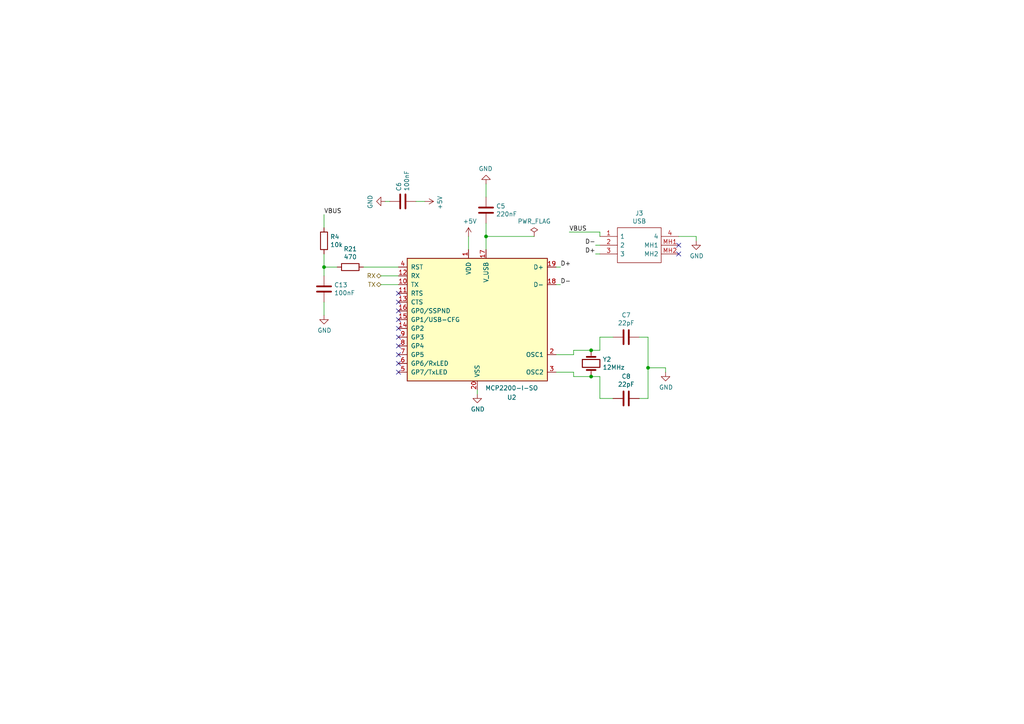
<source format=kicad_sch>
(kicad_sch (version 20230121) (generator eeschema)

  (uuid 472316d0-0925-44a2-bd6e-bca147eaeea0)

  (paper "A4")

  (lib_symbols
    (symbol "Device:C" (pin_numbers hide) (pin_names (offset 0.254)) (in_bom yes) (on_board yes)
      (property "Reference" "C" (at 0.635 2.54 0)
        (effects (font (size 1.27 1.27)) (justify left))
      )
      (property "Value" "C" (at 0.635 -2.54 0)
        (effects (font (size 1.27 1.27)) (justify left))
      )
      (property "Footprint" "" (at 0.9652 -3.81 0)
        (effects (font (size 1.27 1.27)) hide)
      )
      (property "Datasheet" "~" (at 0 0 0)
        (effects (font (size 1.27 1.27)) hide)
      )
      (property "ki_keywords" "cap capacitor" (at 0 0 0)
        (effects (font (size 1.27 1.27)) hide)
      )
      (property "ki_description" "Unpolarized capacitor" (at 0 0 0)
        (effects (font (size 1.27 1.27)) hide)
      )
      (property "ki_fp_filters" "C_*" (at 0 0 0)
        (effects (font (size 1.27 1.27)) hide)
      )
      (symbol "C_0_1"
        (polyline
          (pts
            (xy -2.032 -0.762)
            (xy 2.032 -0.762)
          )
          (stroke (width 0.508) (type default))
          (fill (type none))
        )
        (polyline
          (pts
            (xy -2.032 0.762)
            (xy 2.032 0.762)
          )
          (stroke (width 0.508) (type default))
          (fill (type none))
        )
      )
      (symbol "C_1_1"
        (pin passive line (at 0 3.81 270) (length 2.794)
          (name "~" (effects (font (size 1.27 1.27))))
          (number "1" (effects (font (size 1.27 1.27))))
        )
        (pin passive line (at 0 -3.81 90) (length 2.794)
          (name "~" (effects (font (size 1.27 1.27))))
          (number "2" (effects (font (size 1.27 1.27))))
        )
      )
    )
    (symbol "Device:Crystal" (pin_numbers hide) (pin_names (offset 1.016) hide) (in_bom yes) (on_board yes)
      (property "Reference" "Y" (at 0 3.81 0)
        (effects (font (size 1.27 1.27)))
      )
      (property "Value" "Crystal" (at 0 -3.81 0)
        (effects (font (size 1.27 1.27)))
      )
      (property "Footprint" "" (at 0 0 0)
        (effects (font (size 1.27 1.27)) hide)
      )
      (property "Datasheet" "~" (at 0 0 0)
        (effects (font (size 1.27 1.27)) hide)
      )
      (property "ki_keywords" "quartz ceramic resonator oscillator" (at 0 0 0)
        (effects (font (size 1.27 1.27)) hide)
      )
      (property "ki_description" "Two pin crystal" (at 0 0 0)
        (effects (font (size 1.27 1.27)) hide)
      )
      (property "ki_fp_filters" "Crystal*" (at 0 0 0)
        (effects (font (size 1.27 1.27)) hide)
      )
      (symbol "Crystal_0_1"
        (rectangle (start -1.143 2.54) (end 1.143 -2.54)
          (stroke (width 0.3048) (type default))
          (fill (type none))
        )
        (polyline
          (pts
            (xy -2.54 0)
            (xy -1.905 0)
          )
          (stroke (width 0) (type default))
          (fill (type none))
        )
        (polyline
          (pts
            (xy -1.905 -1.27)
            (xy -1.905 1.27)
          )
          (stroke (width 0.508) (type default))
          (fill (type none))
        )
        (polyline
          (pts
            (xy 1.905 -1.27)
            (xy 1.905 1.27)
          )
          (stroke (width 0.508) (type default))
          (fill (type none))
        )
        (polyline
          (pts
            (xy 2.54 0)
            (xy 1.905 0)
          )
          (stroke (width 0) (type default))
          (fill (type none))
        )
      )
      (symbol "Crystal_1_1"
        (pin passive line (at -3.81 0 0) (length 1.27)
          (name "1" (effects (font (size 1.27 1.27))))
          (number "1" (effects (font (size 1.27 1.27))))
        )
        (pin passive line (at 3.81 0 180) (length 1.27)
          (name "2" (effects (font (size 1.27 1.27))))
          (number "2" (effects (font (size 1.27 1.27))))
        )
      )
    )
    (symbol "Device:R" (pin_numbers hide) (pin_names (offset 0)) (in_bom yes) (on_board yes)
      (property "Reference" "R" (at 2.032 0 90)
        (effects (font (size 1.27 1.27)))
      )
      (property "Value" "R" (at 0 0 90)
        (effects (font (size 1.27 1.27)))
      )
      (property "Footprint" "" (at -1.778 0 90)
        (effects (font (size 1.27 1.27)) hide)
      )
      (property "Datasheet" "~" (at 0 0 0)
        (effects (font (size 1.27 1.27)) hide)
      )
      (property "ki_keywords" "R res resistor" (at 0 0 0)
        (effects (font (size 1.27 1.27)) hide)
      )
      (property "ki_description" "Resistor" (at 0 0 0)
        (effects (font (size 1.27 1.27)) hide)
      )
      (property "ki_fp_filters" "R_*" (at 0 0 0)
        (effects (font (size 1.27 1.27)) hide)
      )
      (symbol "R_0_1"
        (rectangle (start -1.016 -2.54) (end 1.016 2.54)
          (stroke (width 0.254) (type default))
          (fill (type none))
        )
      )
      (symbol "R_1_1"
        (pin passive line (at 0 3.81 270) (length 1.27)
          (name "~" (effects (font (size 1.27 1.27))))
          (number "1" (effects (font (size 1.27 1.27))))
        )
        (pin passive line (at 0 -3.81 90) (length 1.27)
          (name "~" (effects (font (size 1.27 1.27))))
          (number "2" (effects (font (size 1.27 1.27))))
        )
      )
    )
    (symbol "Interface_USB:MCP2200-I-SO" (pin_names (offset 1.016)) (in_bom yes) (on_board yes)
      (property "Reference" "U" (at -20.32 -19.05 0)
        (effects (font (size 1.27 1.27)) (justify left))
      )
      (property "Value" "MCP2200-I-SO" (at -20.32 19.05 0)
        (effects (font (size 1.27 1.27)) (justify left))
      )
      (property "Footprint" "Package_SO:SOIC-20W_7.5x12.8mm_P1.27mm" (at 0 -29.21 0)
        (effects (font (size 1.27 1.27)) hide)
      )
      (property "Datasheet" "http://ww1.microchip.com/downloads/en/DeviceDoc/200022228D.pdf" (at 0 -25.4 0)
        (effects (font (size 1.27 1.27)) hide)
      )
      (property "ki_keywords" "USB UART Converter" (at 0 0 0)
        (effects (font (size 1.27 1.27)) hide)
      )
      (property "ki_description" "USB 2.0 to UART Protocol Converter with GPIO, SOIC-20" (at 0 0 0)
        (effects (font (size 1.27 1.27)) hide)
      )
      (property "ki_fp_filters" "SOIC*20*7.5x12.8mm*P1.27mm*" (at 0 0 0)
        (effects (font (size 1.27 1.27)) hide)
      )
      (symbol "MCP2200-I-SO_0_1"
        (rectangle (start -20.32 17.78) (end 20.32 -17.78)
          (stroke (width 0.254) (type default))
          (fill (type background))
        )
      )
      (symbol "MCP2200-I-SO_1_1"
        (pin power_in line (at -2.54 20.32 270) (length 2.54)
          (name "VDD" (effects (font (size 1.27 1.27))))
          (number "1" (effects (font (size 1.27 1.27))))
        )
        (pin output line (at -22.86 10.16 0) (length 2.54)
          (name "TX" (effects (font (size 1.27 1.27))))
          (number "10" (effects (font (size 1.27 1.27))))
        )
        (pin output line (at -22.86 7.62 0) (length 2.54)
          (name "RTS" (effects (font (size 1.27 1.27))))
          (number "11" (effects (font (size 1.27 1.27))))
        )
        (pin input line (at -22.86 12.7 0) (length 2.54)
          (name "RX" (effects (font (size 1.27 1.27))))
          (number "12" (effects (font (size 1.27 1.27))))
        )
        (pin input line (at -22.86 5.08 0) (length 2.54)
          (name "CTS" (effects (font (size 1.27 1.27))))
          (number "13" (effects (font (size 1.27 1.27))))
        )
        (pin bidirectional line (at -22.86 -2.54 0) (length 2.54)
          (name "GP2" (effects (font (size 1.27 1.27))))
          (number "14" (effects (font (size 1.27 1.27))))
        )
        (pin bidirectional line (at -22.86 0 0) (length 2.54)
          (name "GP1/USB-CFG" (effects (font (size 1.27 1.27))))
          (number "15" (effects (font (size 1.27 1.27))))
        )
        (pin bidirectional line (at -22.86 2.54 0) (length 2.54)
          (name "GP0/SSPND" (effects (font (size 1.27 1.27))))
          (number "16" (effects (font (size 1.27 1.27))))
        )
        (pin power_in line (at 2.54 20.32 270) (length 2.54)
          (name "V_USB" (effects (font (size 1.27 1.27))))
          (number "17" (effects (font (size 1.27 1.27))))
        )
        (pin bidirectional line (at 22.86 10.16 180) (length 2.54)
          (name "D-" (effects (font (size 1.27 1.27))))
          (number "18" (effects (font (size 1.27 1.27))))
        )
        (pin bidirectional line (at 22.86 15.24 180) (length 2.54)
          (name "D+" (effects (font (size 1.27 1.27))))
          (number "19" (effects (font (size 1.27 1.27))))
        )
        (pin input line (at 22.86 -10.16 180) (length 2.54)
          (name "OSC1" (effects (font (size 1.27 1.27))))
          (number "2" (effects (font (size 1.27 1.27))))
        )
        (pin power_in line (at 0 -20.32 90) (length 2.54)
          (name "VSS" (effects (font (size 1.27 1.27))))
          (number "20" (effects (font (size 1.27 1.27))))
        )
        (pin output line (at 22.86 -15.24 180) (length 2.54)
          (name "OSC2" (effects (font (size 1.27 1.27))))
          (number "3" (effects (font (size 1.27 1.27))))
        )
        (pin input line (at -22.86 15.24 0) (length 2.54)
          (name "RST" (effects (font (size 1.27 1.27))))
          (number "4" (effects (font (size 1.27 1.27))))
        )
        (pin bidirectional line (at -22.86 -15.24 0) (length 2.54)
          (name "GP7/TxLED" (effects (font (size 1.27 1.27))))
          (number "5" (effects (font (size 1.27 1.27))))
        )
        (pin bidirectional line (at -22.86 -12.7 0) (length 2.54)
          (name "GP6/RxLED" (effects (font (size 1.27 1.27))))
          (number "6" (effects (font (size 1.27 1.27))))
        )
        (pin bidirectional line (at -22.86 -10.16 0) (length 2.54)
          (name "GP5" (effects (font (size 1.27 1.27))))
          (number "7" (effects (font (size 1.27 1.27))))
        )
        (pin bidirectional line (at -22.86 -7.62 0) (length 2.54)
          (name "GP4" (effects (font (size 1.27 1.27))))
          (number "8" (effects (font (size 1.27 1.27))))
        )
        (pin bidirectional line (at -22.86 -5.08 0) (length 2.54)
          (name "GP3" (effects (font (size 1.27 1.27))))
          (number "9" (effects (font (size 1.27 1.27))))
        )
      )
    )
    (symbol "SamacSys_Parts:897-43-004-90-000000" (pin_names (offset 0.762)) (in_bom yes) (on_board yes)
      (property "Reference" "J" (at 19.05 7.62 0)
        (effects (font (size 1.27 1.27)) (justify left))
      )
      (property "Value" "897-43-004-90-000000" (at 19.05 5.08 0)
        (effects (font (size 1.27 1.27)) (justify left))
      )
      (property "Footprint" "8974300490000000" (at 19.05 2.54 0)
        (effects (font (size 1.27 1.27)) (justify left) hide)
      )
      (property "Datasheet" "https://www.mill-max.com/assets/pdfs/metric/148M.pdf" (at 19.05 0 0)
        (effects (font (size 1.27 1.27)) (justify left) hide)
      )
      (property "Description" "MILL MAX - 897-43-004-90-000000 - USB, 2.0 TYPE B, RECEPTACLE, SMT" (at 19.05 -2.54 0)
        (effects (font (size 1.27 1.27)) (justify left) hide)
      )
      (property "Height" "11" (at 19.05 -5.08 0)
        (effects (font (size 1.27 1.27)) (justify left) hide)
      )
      (property "Mouser Part Number" "575-8974349" (at 19.05 -7.62 0)
        (effects (font (size 1.27 1.27)) (justify left) hide)
      )
      (property "Mouser Price/Stock" "https://www.mouser.co.uk/ProductDetail/Mill-Max/897-43-004-90-000000?qs=x6EjVpvqMVNM0AotjG3j0A%3D%3D" (at 19.05 -10.16 0)
        (effects (font (size 1.27 1.27)) (justify left) hide)
      )
      (property "Manufacturer_Name" "Mill-Max" (at 19.05 -12.7 0)
        (effects (font (size 1.27 1.27)) (justify left) hide)
      )
      (property "Manufacturer_Part_Number" "897-43-004-90-000000" (at 19.05 -15.24 0)
        (effects (font (size 1.27 1.27)) (justify left) hide)
      )
      (symbol "897-43-004-90-000000_0_0"
        (pin passive line (at 0 0 0) (length 5.08)
          (name "1" (effects (font (size 1.27 1.27))))
          (number "1" (effects (font (size 1.27 1.27))))
        )
        (pin passive line (at 0 -2.54 0) (length 5.08)
          (name "2" (effects (font (size 1.27 1.27))))
          (number "2" (effects (font (size 1.27 1.27))))
        )
        (pin passive line (at 0 -5.08 0) (length 5.08)
          (name "3" (effects (font (size 1.27 1.27))))
          (number "3" (effects (font (size 1.27 1.27))))
        )
        (pin passive line (at 22.86 0 180) (length 5.08)
          (name "4" (effects (font (size 1.27 1.27))))
          (number "4" (effects (font (size 1.27 1.27))))
        )
        (pin passive line (at 22.86 -2.54 180) (length 5.08)
          (name "MH1" (effects (font (size 1.27 1.27))))
          (number "MH1" (effects (font (size 1.27 1.27))))
        )
        (pin passive line (at 22.86 -5.08 180) (length 5.08)
          (name "MH2" (effects (font (size 1.27 1.27))))
          (number "MH2" (effects (font (size 1.27 1.27))))
        )
      )
      (symbol "897-43-004-90-000000_0_1"
        (polyline
          (pts
            (xy 5.08 2.54)
            (xy 17.78 2.54)
            (xy 17.78 -7.62)
            (xy 5.08 -7.62)
            (xy 5.08 2.54)
          )
          (stroke (width 0.1524) (type solid))
          (fill (type none))
        )
      )
    )
    (symbol "power:+5V" (power) (pin_names (offset 0)) (in_bom yes) (on_board yes)
      (property "Reference" "#PWR" (at 0 -3.81 0)
        (effects (font (size 1.27 1.27)) hide)
      )
      (property "Value" "+5V" (at 0 3.556 0)
        (effects (font (size 1.27 1.27)))
      )
      (property "Footprint" "" (at 0 0 0)
        (effects (font (size 1.27 1.27)) hide)
      )
      (property "Datasheet" "" (at 0 0 0)
        (effects (font (size 1.27 1.27)) hide)
      )
      (property "ki_keywords" "global power" (at 0 0 0)
        (effects (font (size 1.27 1.27)) hide)
      )
      (property "ki_description" "Power symbol creates a global label with name \"+5V\"" (at 0 0 0)
        (effects (font (size 1.27 1.27)) hide)
      )
      (symbol "+5V_0_1"
        (polyline
          (pts
            (xy -0.762 1.27)
            (xy 0 2.54)
          )
          (stroke (width 0) (type default))
          (fill (type none))
        )
        (polyline
          (pts
            (xy 0 0)
            (xy 0 2.54)
          )
          (stroke (width 0) (type default))
          (fill (type none))
        )
        (polyline
          (pts
            (xy 0 2.54)
            (xy 0.762 1.27)
          )
          (stroke (width 0) (type default))
          (fill (type none))
        )
      )
      (symbol "+5V_1_1"
        (pin power_in line (at 0 0 90) (length 0) hide
          (name "+5V" (effects (font (size 1.27 1.27))))
          (number "1" (effects (font (size 1.27 1.27))))
        )
      )
    )
    (symbol "power:GND" (power) (pin_names (offset 0)) (in_bom yes) (on_board yes)
      (property "Reference" "#PWR" (at 0 -6.35 0)
        (effects (font (size 1.27 1.27)) hide)
      )
      (property "Value" "GND" (at 0 -3.81 0)
        (effects (font (size 1.27 1.27)))
      )
      (property "Footprint" "" (at 0 0 0)
        (effects (font (size 1.27 1.27)) hide)
      )
      (property "Datasheet" "" (at 0 0 0)
        (effects (font (size 1.27 1.27)) hide)
      )
      (property "ki_keywords" "global power" (at 0 0 0)
        (effects (font (size 1.27 1.27)) hide)
      )
      (property "ki_description" "Power symbol creates a global label with name \"GND\" , ground" (at 0 0 0)
        (effects (font (size 1.27 1.27)) hide)
      )
      (symbol "GND_0_1"
        (polyline
          (pts
            (xy 0 0)
            (xy 0 -1.27)
            (xy 1.27 -1.27)
            (xy 0 -2.54)
            (xy -1.27 -1.27)
            (xy 0 -1.27)
          )
          (stroke (width 0) (type default))
          (fill (type none))
        )
      )
      (symbol "GND_1_1"
        (pin power_in line (at 0 0 270) (length 0) hide
          (name "GND" (effects (font (size 1.27 1.27))))
          (number "1" (effects (font (size 1.27 1.27))))
        )
      )
    )
    (symbol "power:PWR_FLAG" (power) (pin_numbers hide) (pin_names (offset 0) hide) (in_bom yes) (on_board yes)
      (property "Reference" "#FLG" (at 0 1.905 0)
        (effects (font (size 1.27 1.27)) hide)
      )
      (property "Value" "PWR_FLAG" (at 0 3.81 0)
        (effects (font (size 1.27 1.27)))
      )
      (property "Footprint" "" (at 0 0 0)
        (effects (font (size 1.27 1.27)) hide)
      )
      (property "Datasheet" "~" (at 0 0 0)
        (effects (font (size 1.27 1.27)) hide)
      )
      (property "ki_keywords" "flag power" (at 0 0 0)
        (effects (font (size 1.27 1.27)) hide)
      )
      (property "ki_description" "Special symbol for telling ERC where power comes from" (at 0 0 0)
        (effects (font (size 1.27 1.27)) hide)
      )
      (symbol "PWR_FLAG_0_0"
        (pin power_out line (at 0 0 90) (length 0)
          (name "pwr" (effects (font (size 1.27 1.27))))
          (number "1" (effects (font (size 1.27 1.27))))
        )
      )
      (symbol "PWR_FLAG_0_1"
        (polyline
          (pts
            (xy 0 0)
            (xy 0 1.27)
            (xy -1.016 1.905)
            (xy 0 2.54)
            (xy 1.016 1.905)
            (xy 0 1.27)
          )
          (stroke (width 0) (type default))
          (fill (type none))
        )
      )
    )
  )

  (junction (at 140.97 68.58) (diameter 0) (color 0 0 0 0)
    (uuid 1bb6561b-de53-4985-8f54-27e03b739797)
  )
  (junction (at 93.98 77.47) (diameter 0) (color 0 0 0 0)
    (uuid 5e510f37-caa2-462d-8b9d-9f211b2586de)
  )
  (junction (at 187.96 106.68) (diameter 0) (color 0 0 0 0)
    (uuid 94674211-6dbd-4b6f-bd82-4e54c88e1548)
  )
  (junction (at 171.45 101.6) (diameter 0) (color 0 0 0 0)
    (uuid e7db1c05-93de-44c1-8174-43af99237368)
  )
  (junction (at 171.45 109.22) (diameter 0) (color 0 0 0 0)
    (uuid e9ee9ae2-8fc7-47f0-9d42-b8956a80ea07)
  )

  (no_connect (at 115.57 95.25) (uuid 06c43406-bee6-44cc-b8f6-a9428af88133))
  (no_connect (at 115.57 90.17) (uuid 1cf6db0d-195d-4d61-ad1d-15ffed494028))
  (no_connect (at 115.57 97.79) (uuid 4e47c842-69ad-4aec-a282-2e995621470f))
  (no_connect (at 115.57 107.95) (uuid 538ecb33-0b35-44ae-8bcb-cfcebe97d28d))
  (no_connect (at 115.57 100.33) (uuid 592f025a-96ee-4bcf-931e-cf39221a6674))
  (no_connect (at 196.85 71.12) (uuid 663a2148-7ab0-48cf-b693-bf974d868128))
  (no_connect (at 115.57 87.63) (uuid 9bfd1250-53a9-4d4e-a148-6c12407d5e2c))
  (no_connect (at 196.85 73.66) (uuid c17d80e5-c210-4f92-9161-d8a70aac2516))
  (no_connect (at 115.57 105.41) (uuid ca66580c-107b-45f7-a589-c0123d7b12f2))
  (no_connect (at 115.57 92.71) (uuid d4759252-b108-4dcb-9986-3fdb9feec567))
  (no_connect (at 115.57 102.87) (uuid d5461b6b-d7fc-4012-af52-6b4cfd2a9e7c))
  (no_connect (at 115.57 85.09) (uuid e46c8486-d6fd-437a-8817-76a7f4e9b74e))

  (wire (pts (xy 171.45 101.6) (xy 173.99 101.6))
    (stroke (width 0) (type default))
    (uuid 014115db-9f76-4ce5-8367-287d7971f679)
  )
  (wire (pts (xy 140.97 57.15) (xy 140.97 53.34))
    (stroke (width 0) (type default))
    (uuid 02b782f5-4cc0-4888-ac55-bcb92d2f23ba)
  )
  (wire (pts (xy 110.49 80.01) (xy 115.57 80.01))
    (stroke (width 0) (type default))
    (uuid 02dd8c56-e377-4644-8170-626af54a08cc)
  )
  (wire (pts (xy 165.1 67.31) (xy 173.99 67.31))
    (stroke (width 0) (type default))
    (uuid 0e6cb7b9-d504-4d68-981c-2e00601349dd)
  )
  (wire (pts (xy 93.98 73.66) (xy 93.98 77.47))
    (stroke (width 0) (type default))
    (uuid 10f0b750-9afe-4470-b7cb-b83fc0e81448)
  )
  (wire (pts (xy 185.42 115.57) (xy 187.96 115.57))
    (stroke (width 0) (type default))
    (uuid 11e7d662-05e1-47e6-9f6b-71bfd6366294)
  )
  (wire (pts (xy 140.97 68.58) (xy 140.97 64.77))
    (stroke (width 0) (type default))
    (uuid 1c2a8f7c-feb7-49d5-a789-17b3f536262e)
  )
  (wire (pts (xy 173.99 101.6) (xy 173.99 97.79))
    (stroke (width 0) (type default))
    (uuid 25712d79-6615-445e-b601-c5ed325fd38f)
  )
  (wire (pts (xy 173.99 115.57) (xy 177.8 115.57))
    (stroke (width 0) (type default))
    (uuid 29f01d9a-c293-4b08-bca5-e4cdf906cc69)
  )
  (wire (pts (xy 166.37 109.22) (xy 171.45 109.22))
    (stroke (width 0) (type default))
    (uuid 407813e2-80a4-4622-978d-45ff08d0de51)
  )
  (wire (pts (xy 93.98 66.04) (xy 93.98 62.23))
    (stroke (width 0) (type default))
    (uuid 44445f91-6d57-405d-bf5f-25cfc47256ec)
  )
  (wire (pts (xy 161.29 82.55) (xy 162.56 82.55))
    (stroke (width 0) (type default))
    (uuid 44d2f786-6034-49b6-8426-89927c4a9353)
  )
  (wire (pts (xy 166.37 102.87) (xy 166.37 101.6))
    (stroke (width 0) (type default))
    (uuid 4eb4e3ac-7c49-4ce2-9c90-0eea1c03496f)
  )
  (wire (pts (xy 201.93 68.58) (xy 201.93 69.85))
    (stroke (width 0) (type default))
    (uuid 4fbe986f-14ad-4cf8-aafb-9bd6b751d0e4)
  )
  (wire (pts (xy 93.98 77.47) (xy 97.79 77.47))
    (stroke (width 0) (type default))
    (uuid 57475175-eb04-4168-a56b-412aee6ef758)
  )
  (wire (pts (xy 105.41 77.47) (xy 115.57 77.47))
    (stroke (width 0) (type default))
    (uuid 65c9d8f5-de4e-4ca9-a5a0-50f22e9d2418)
  )
  (wire (pts (xy 173.99 97.79) (xy 177.8 97.79))
    (stroke (width 0) (type default))
    (uuid 66f502ec-09cd-4a60-8fd3-a7cbf34dee6e)
  )
  (wire (pts (xy 185.42 97.79) (xy 187.96 97.79))
    (stroke (width 0) (type default))
    (uuid 6d1d18c3-fd61-470a-b9b7-5f12cf0d7d20)
  )
  (wire (pts (xy 171.45 109.22) (xy 173.99 109.22))
    (stroke (width 0) (type default))
    (uuid 6d390a8e-042a-40d3-ace9-1fca94718d8f)
  )
  (wire (pts (xy 166.37 107.95) (xy 166.37 109.22))
    (stroke (width 0) (type default))
    (uuid 6fbdcbdb-80ab-4a70-8c54-fa5d5a069f11)
  )
  (wire (pts (xy 187.96 106.68) (xy 193.04 106.68))
    (stroke (width 0) (type default))
    (uuid 7ee3e3d9-5de1-45f4-ab18-0ff7342de5a9)
  )
  (wire (pts (xy 172.72 73.66) (xy 173.99 73.66))
    (stroke (width 0) (type default))
    (uuid 853f8e59-abd0-4a15-82f9-ae0bbee8e8f8)
  )
  (wire (pts (xy 173.99 67.31) (xy 173.99 68.58))
    (stroke (width 0) (type default))
    (uuid 95741acd-00bd-4748-929a-9a3e1050e924)
  )
  (wire (pts (xy 161.29 77.47) (xy 162.56 77.47))
    (stroke (width 0) (type default))
    (uuid 9d9e4c86-d3b4-4224-bebf-7f938044f77b)
  )
  (wire (pts (xy 140.97 68.58) (xy 154.94 68.58))
    (stroke (width 0) (type default))
    (uuid a2585d12-dbc2-40e2-a43c-70015db8ee24)
  )
  (wire (pts (xy 172.72 71.12) (xy 173.99 71.12))
    (stroke (width 0) (type default))
    (uuid aef2a139-a21a-4fe9-9f1b-e61d4bf228f1)
  )
  (wire (pts (xy 161.29 102.87) (xy 166.37 102.87))
    (stroke (width 0) (type default))
    (uuid b62f1401-c5e7-422a-93f2-76f0b8ea86c5)
  )
  (wire (pts (xy 196.85 68.58) (xy 201.93 68.58))
    (stroke (width 0) (type default))
    (uuid b64312d2-6180-4b11-b41a-7e368b0d7337)
  )
  (wire (pts (xy 138.43 114.3) (xy 138.43 113.03))
    (stroke (width 0) (type default))
    (uuid beca6021-0422-4949-a652-dfcc28a06477)
  )
  (wire (pts (xy 110.49 82.55) (xy 115.57 82.55))
    (stroke (width 0) (type default))
    (uuid bf8d8838-f74b-482a-8a01-39414e33f69e)
  )
  (wire (pts (xy 93.98 91.44) (xy 93.98 87.63))
    (stroke (width 0) (type default))
    (uuid bfde8c16-13f8-4db0-8443-b71dacc88dbd)
  )
  (wire (pts (xy 161.29 107.95) (xy 166.37 107.95))
    (stroke (width 0) (type default))
    (uuid c1e00a80-66b0-4213-a3c0-09c665513d4a)
  )
  (wire (pts (xy 187.96 115.57) (xy 187.96 106.68))
    (stroke (width 0) (type default))
    (uuid cb75e6be-b6f9-477b-b97c-539f047592d9)
  )
  (wire (pts (xy 123.19 58.42) (xy 120.65 58.42))
    (stroke (width 0) (type default))
    (uuid d968ec52-4438-4e9d-b1b7-7137cbf203b0)
  )
  (wire (pts (xy 193.04 106.68) (xy 193.04 107.95))
    (stroke (width 0) (type default))
    (uuid dd07e063-9fab-4551-9300-684c6150208b)
  )
  (wire (pts (xy 111.76 58.42) (xy 113.03 58.42))
    (stroke (width 0) (type default))
    (uuid e4a07f98-a76a-4ab7-a7e7-6b245edf9eee)
  )
  (wire (pts (xy 93.98 80.01) (xy 93.98 77.47))
    (stroke (width 0) (type default))
    (uuid ec640075-92ea-49b7-8f90-eb5a9df18908)
  )
  (wire (pts (xy 135.89 68.58) (xy 135.89 72.39))
    (stroke (width 0) (type default))
    (uuid f073eb9e-994c-4d19-b47c-de3220871b50)
  )
  (wire (pts (xy 166.37 101.6) (xy 171.45 101.6))
    (stroke (width 0) (type default))
    (uuid f4394e87-2c70-4f91-aa77-c79d9e616f4a)
  )
  (wire (pts (xy 140.97 68.58) (xy 140.97 72.39))
    (stroke (width 0) (type default))
    (uuid f612925b-d1ab-4967-bf14-8a54c9ddf057)
  )
  (wire (pts (xy 187.96 106.68) (xy 187.96 97.79))
    (stroke (width 0) (type default))
    (uuid f614a880-6940-4787-88cb-31efa1efc417)
  )
  (wire (pts (xy 173.99 109.22) (xy 173.99 115.57))
    (stroke (width 0) (type default))
    (uuid fcb6fcc5-9813-4ab4-9656-fe1b49beb3d0)
  )

  (label "VBUS" (at 165.1 67.31 0)
    (effects (font (size 1.27 1.27)) (justify left bottom))
    (uuid 2444291f-6588-45cd-8d1c-20f761d58d94)
  )
  (label "VBUS" (at 93.98 62.23 0)
    (effects (font (size 1.27 1.27)) (justify left bottom))
    (uuid 4eda7bc0-afcf-47d7-9cdc-7f3a36d3c9e4)
  )
  (label "D+" (at 162.56 77.47 0)
    (effects (font (size 1.27 1.27)) (justify left bottom))
    (uuid 660fbc58-a999-4364-a7dd-2329a54c7a16)
  )
  (label "D+" (at 172.72 73.66 180)
    (effects (font (size 1.27 1.27)) (justify right bottom))
    (uuid 97ccdf5d-9e56-4fbe-8538-b392109ce0dc)
  )
  (label "D-" (at 172.72 71.12 180)
    (effects (font (size 1.27 1.27)) (justify right bottom))
    (uuid 9ff1f976-71eb-47c9-9ba3-e709001d3127)
  )
  (label "D-" (at 162.56 82.55 0)
    (effects (font (size 1.27 1.27)) (justify left bottom))
    (uuid f5ac3778-2808-4a20-8073-c46516ec499a)
  )

  (hierarchical_label "TX" (shape bidirectional) (at 110.49 82.55 180)
    (effects (font (size 1.27 1.27)) (justify right))
    (uuid 5354e021-78d4-4faf-b1a4-53edadcc423f)
  )
  (hierarchical_label "RX" (shape bidirectional) (at 110.49 80.01 180)
    (effects (font (size 1.27 1.27)) (justify right))
    (uuid 53fb44f5-cfb8-4c76-9fd4-676aaa6e669f)
  )

  (symbol (lib_id "Interface_USB:MCP2200-I-SO") (at 138.43 92.71 0) (unit 1)
    (in_bom yes) (on_board yes) (dnp no)
    (uuid 00000000-0000-0000-0000-000060be5da8)
    (property "Reference" "U2" (at 148.4376 115.2652 0)
      (effects (font (size 1.27 1.27)))
    )
    (property "Value" "MCP2200-I-SO" (at 148.4122 112.5474 0)
      (effects (font (size 1.27 1.27)))
    )
    (property "Footprint" "Package_SO:SOIC-20W_7.5x12.8mm_P1.27mm" (at 138.43 121.92 0)
      (effects (font (size 1.27 1.27)) hide)
    )
    (property "Datasheet" "http://ww1.microchip.com/downloads/en/DeviceDoc/200022228D.pdf" (at 138.43 118.11 0)
      (effects (font (size 1.27 1.27)) hide)
    )
    (pin "1" (uuid 4615f2d4-868c-4027-8b83-93f7c862d916))
    (pin "10" (uuid 7e5784ab-bf16-4b52-8049-b12695ba6567))
    (pin "11" (uuid 71fe0572-744e-49ef-83b6-eea2f899fde7))
    (pin "12" (uuid fc93c650-1ee8-442e-946a-767750f936d3))
    (pin "13" (uuid 0bf9e856-566e-42d8-9a79-6be75ef325fa))
    (pin "14" (uuid cfc4d72a-893f-47ee-bfcf-960f28f9d08e))
    (pin "15" (uuid c59f55ae-55c9-466f-afa6-314708502c71))
    (pin "16" (uuid b447b354-de22-457b-977a-fc22f7c57f3e))
    (pin "17" (uuid 0caec62e-c2a8-43ed-86f8-50c10f1d60aa))
    (pin "18" (uuid 9e1457d9-9e6f-49d4-ac34-2ca2f8d751b5))
    (pin "19" (uuid be7b2f8e-d42d-4f8d-b47a-6421a693bf44))
    (pin "2" (uuid 5f05979d-6c45-493e-8804-23b8f09ec88e))
    (pin "20" (uuid ae9c8910-44fa-42d3-b423-682bdfeecc3b))
    (pin "3" (uuid 20b7503e-c2c8-4219-afd6-88ba50ee81d9))
    (pin "4" (uuid f70313b8-aa2a-4052-89f0-2f4cc35f7330))
    (pin "5" (uuid f6c29a78-813f-4161-8f6c-68551b794416))
    (pin "6" (uuid 61ca3557-64a5-41b9-8a42-c3dd90603675))
    (pin "7" (uuid 25ce1b07-5ed2-40c8-bd7a-54740e2ecfa0))
    (pin "8" (uuid 8b56bede-1e4b-4cf6-9822-63726900a699))
    (pin "9" (uuid eeff8668-7013-4990-b44c-b3b8c4935660))
    (instances
      (project "PBLE01"
        (path "/8d263c01-7485-4e74-9d41-268dd1718f0e/00000000-0000-0000-0000-000060be0fb0"
          (reference "U2") (unit 1)
        )
        (path "/8d263c01-7485-4e74-9d41-268dd1718f0e"
          (reference "U?") (unit 1)
        )
      )
    )
  )

  (symbol (lib_id "power:GND") (at 138.43 114.3 0) (unit 1)
    (in_bom yes) (on_board yes) (dnp no)
    (uuid 00000000-0000-0000-0000-000060be5dae)
    (property "Reference" "#PWR0114" (at 138.43 120.65 0)
      (effects (font (size 1.27 1.27)) hide)
    )
    (property "Value" "GND" (at 138.557 118.6942 0)
      (effects (font (size 1.27 1.27)))
    )
    (property "Footprint" "" (at 138.43 114.3 0)
      (effects (font (size 1.27 1.27)) hide)
    )
    (property "Datasheet" "" (at 138.43 114.3 0)
      (effects (font (size 1.27 1.27)) hide)
    )
    (pin "1" (uuid 4beb7508-7791-4534-93a2-300290ef2dc6))
    (instances
      (project "PBLE01"
        (path "/8d263c01-7485-4e74-9d41-268dd1718f0e/00000000-0000-0000-0000-000060be0fb0"
          (reference "#PWR0114") (unit 1)
        )
        (path "/8d263c01-7485-4e74-9d41-268dd1718f0e"
          (reference "#PWR?") (unit 1)
        )
      )
    )
  )

  (symbol (lib_id "Device:Crystal") (at 171.45 105.41 270) (unit 1)
    (in_bom yes) (on_board yes) (dnp no)
    (uuid 00000000-0000-0000-0000-000060be5db9)
    (property "Reference" "Y2" (at 174.7774 104.2416 90)
      (effects (font (size 1.27 1.27)) (justify left))
    )
    (property "Value" "12MHz" (at 174.7774 106.553 90)
      (effects (font (size 1.27 1.27)) (justify left))
    )
    (property "Footprint" "Crystal:Crystal_HC49-4H_Vertical" (at 171.45 105.41 0)
      (effects (font (size 1.27 1.27)) hide)
    )
    (property "Datasheet" "~" (at 171.45 105.41 0)
      (effects (font (size 1.27 1.27)) hide)
    )
    (pin "1" (uuid 854d460d-e419-4d13-a060-8b20ca6900c2))
    (pin "2" (uuid 1e193151-2258-41bd-abbe-9e5996342f81))
    (instances
      (project "PBLE01"
        (path "/8d263c01-7485-4e74-9d41-268dd1718f0e/00000000-0000-0000-0000-000060be0fb0"
          (reference "Y2") (unit 1)
        )
        (path "/8d263c01-7485-4e74-9d41-268dd1718f0e"
          (reference "Y?") (unit 1)
        )
      )
    )
  )

  (symbol (lib_id "power:GND") (at 193.04 107.95 0) (unit 1)
    (in_bom yes) (on_board yes) (dnp no)
    (uuid 00000000-0000-0000-0000-000060be5dd7)
    (property "Reference" "#PWR0116" (at 193.04 114.3 0)
      (effects (font (size 1.27 1.27)) hide)
    )
    (property "Value" "GND" (at 193.167 112.3442 0)
      (effects (font (size 1.27 1.27)))
    )
    (property "Footprint" "" (at 193.04 107.95 0)
      (effects (font (size 1.27 1.27)) hide)
    )
    (property "Datasheet" "" (at 193.04 107.95 0)
      (effects (font (size 1.27 1.27)) hide)
    )
    (pin "1" (uuid b907d6cf-9eb5-4b98-9360-cdbb27474fe6))
    (instances
      (project "PBLE01"
        (path "/8d263c01-7485-4e74-9d41-268dd1718f0e/00000000-0000-0000-0000-000060be0fb0"
          (reference "#PWR0116") (unit 1)
        )
        (path "/8d263c01-7485-4e74-9d41-268dd1718f0e"
          (reference "#PWR?") (unit 1)
        )
      )
    )
  )

  (symbol (lib_id "Device:C") (at 181.61 115.57 90) (unit 1)
    (in_bom yes) (on_board yes) (dnp no)
    (uuid 00000000-0000-0000-0000-000060be5dea)
    (property "Reference" "C8" (at 181.61 109.1692 90)
      (effects (font (size 1.27 1.27)))
    )
    (property "Value" "22pF" (at 181.61 111.4806 90)
      (effects (font (size 1.27 1.27)))
    )
    (property "Footprint" "Capacitor_SMD:C_0805_2012Metric_Pad1.18x1.45mm_HandSolder" (at 185.42 114.6048 0)
      (effects (font (size 1.27 1.27)) hide)
    )
    (property "Datasheet" "~" (at 181.61 115.57 0)
      (effects (font (size 1.27 1.27)) hide)
    )
    (pin "1" (uuid 5b0abc4a-aef5-4210-ae80-8f4f84e3f8e0))
    (pin "2" (uuid 2a16ed1f-70c6-4129-8db3-c535d6cfa241))
    (instances
      (project "PBLE01"
        (path "/8d263c01-7485-4e74-9d41-268dd1718f0e/00000000-0000-0000-0000-000060be0fb0"
          (reference "C8") (unit 1)
        )
        (path "/8d263c01-7485-4e74-9d41-268dd1718f0e"
          (reference "C?") (unit 1)
        )
      )
    )
  )

  (symbol (lib_id "Device:C") (at 181.61 97.79 270) (unit 1)
    (in_bom yes) (on_board yes) (dnp no)
    (uuid 00000000-0000-0000-0000-000060be5df2)
    (property "Reference" "C7" (at 181.61 91.3892 90)
      (effects (font (size 1.27 1.27)))
    )
    (property "Value" "22pF" (at 181.61 93.7006 90)
      (effects (font (size 1.27 1.27)))
    )
    (property "Footprint" "Capacitor_SMD:C_0805_2012Metric_Pad1.18x1.45mm_HandSolder" (at 177.8 98.7552 0)
      (effects (font (size 1.27 1.27)) hide)
    )
    (property "Datasheet" "~" (at 181.61 97.79 0)
      (effects (font (size 1.27 1.27)) hide)
    )
    (pin "1" (uuid 8fc36c34-c058-4ec9-9e2b-45fd681dda0e))
    (pin "2" (uuid a6be200c-6cdf-49cf-b3c9-c5d67a5ea390))
    (instances
      (project "PBLE01"
        (path "/8d263c01-7485-4e74-9d41-268dd1718f0e/00000000-0000-0000-0000-000060be0fb0"
          (reference "C7") (unit 1)
        )
        (path "/8d263c01-7485-4e74-9d41-268dd1718f0e"
          (reference "C?") (unit 1)
        )
      )
    )
  )

  (symbol (lib_id "Device:C") (at 116.84 58.42 90) (unit 1)
    (in_bom yes) (on_board yes) (dnp no)
    (uuid 00000000-0000-0000-0000-000060be5dfb)
    (property "Reference" "C6" (at 115.6716 55.499 0)
      (effects (font (size 1.27 1.27)) (justify left))
    )
    (property "Value" "100nF" (at 117.983 55.499 0)
      (effects (font (size 1.27 1.27)) (justify left))
    )
    (property "Footprint" "Capacitor_SMD:C_0805_2012Metric_Pad1.18x1.45mm_HandSolder" (at 120.65 57.4548 0)
      (effects (font (size 1.27 1.27)) hide)
    )
    (property "Datasheet" "~" (at 116.84 58.42 0)
      (effects (font (size 1.27 1.27)) hide)
    )
    (pin "1" (uuid fae12d17-1e8f-4423-8c60-70825499c230))
    (pin "2" (uuid 5e459f20-2a6e-4f14-ac5f-c401f8763274))
    (instances
      (project "PBLE01"
        (path "/8d263c01-7485-4e74-9d41-268dd1718f0e/00000000-0000-0000-0000-000060be0fb0"
          (reference "C6") (unit 1)
        )
        (path "/8d263c01-7485-4e74-9d41-268dd1718f0e"
          (reference "C?") (unit 1)
        )
      )
    )
  )

  (symbol (lib_id "power:GND") (at 111.76 58.42 270) (unit 1)
    (in_bom yes) (on_board yes) (dnp no)
    (uuid 00000000-0000-0000-0000-000060be5e04)
    (property "Reference" "#PWR0117" (at 105.41 58.42 0)
      (effects (font (size 1.27 1.27)) hide)
    )
    (property "Value" "GND" (at 107.3658 58.547 0)
      (effects (font (size 1.27 1.27)))
    )
    (property "Footprint" "" (at 111.76 58.42 0)
      (effects (font (size 1.27 1.27)) hide)
    )
    (property "Datasheet" "" (at 111.76 58.42 0)
      (effects (font (size 1.27 1.27)) hide)
    )
    (pin "1" (uuid 87fd8e34-3301-435e-a46e-7b0ae038bfb9))
    (instances
      (project "PBLE01"
        (path "/8d263c01-7485-4e74-9d41-268dd1718f0e/00000000-0000-0000-0000-000060be0fb0"
          (reference "#PWR0117") (unit 1)
        )
        (path "/8d263c01-7485-4e74-9d41-268dd1718f0e"
          (reference "#PWR?") (unit 1)
        )
      )
    )
  )

  (symbol (lib_id "Device:R") (at 93.98 69.85 0) (unit 1)
    (in_bom yes) (on_board yes) (dnp no)
    (uuid 00000000-0000-0000-0000-000060be5e0c)
    (property "Reference" "R4" (at 95.758 68.6816 0)
      (effects (font (size 1.27 1.27)) (justify left))
    )
    (property "Value" "10k" (at 95.758 70.993 0)
      (effects (font (size 1.27 1.27)) (justify left))
    )
    (property "Footprint" "Resistor_SMD:R_0805_2012Metric_Pad1.20x1.40mm_HandSolder" (at 92.202 69.85 90)
      (effects (font (size 1.27 1.27)) hide)
    )
    (property "Datasheet" "~" (at 93.98 69.85 0)
      (effects (font (size 1.27 1.27)) hide)
    )
    (pin "1" (uuid 49ae504f-d2cb-459f-ba18-99d6f4c408ae))
    (pin "2" (uuid a5bdfaf5-b493-46b4-806e-e857cca492c2))
    (instances
      (project "PBLE01"
        (path "/8d263c01-7485-4e74-9d41-268dd1718f0e/00000000-0000-0000-0000-000060be0fb0"
          (reference "R4") (unit 1)
        )
        (path "/8d263c01-7485-4e74-9d41-268dd1718f0e"
          (reference "R?") (unit 1)
        )
      )
    )
  )

  (symbol (lib_id "Device:C") (at 140.97 60.96 0) (unit 1)
    (in_bom yes) (on_board yes) (dnp no)
    (uuid 00000000-0000-0000-0000-000060be5e16)
    (property "Reference" "C5" (at 143.891 59.7916 0)
      (effects (font (size 1.27 1.27)) (justify left))
    )
    (property "Value" "220nF" (at 143.891 62.103 0)
      (effects (font (size 1.27 1.27)) (justify left))
    )
    (property "Footprint" "Capacitor_SMD:C_0805_2012Metric_Pad1.18x1.45mm_HandSolder" (at 141.9352 64.77 0)
      (effects (font (size 1.27 1.27)) hide)
    )
    (property "Datasheet" "~" (at 140.97 60.96 0)
      (effects (font (size 1.27 1.27)) hide)
    )
    (pin "1" (uuid 8328d6ca-7f7f-4f0b-a0ee-1e8de0eee6e7))
    (pin "2" (uuid 7a637185-c20b-4e0d-ab2c-2a619c4f4e75))
    (instances
      (project "PBLE01"
        (path "/8d263c01-7485-4e74-9d41-268dd1718f0e/00000000-0000-0000-0000-000060be0fb0"
          (reference "C5") (unit 1)
        )
        (path "/8d263c01-7485-4e74-9d41-268dd1718f0e"
          (reference "C?") (unit 1)
        )
      )
    )
  )

  (symbol (lib_id "power:GND") (at 140.97 53.34 180) (unit 1)
    (in_bom yes) (on_board yes) (dnp no)
    (uuid 00000000-0000-0000-0000-000060be5e1d)
    (property "Reference" "#PWR0118" (at 140.97 46.99 0)
      (effects (font (size 1.27 1.27)) hide)
    )
    (property "Value" "GND" (at 140.843 48.9458 0)
      (effects (font (size 1.27 1.27)))
    )
    (property "Footprint" "" (at 140.97 53.34 0)
      (effects (font (size 1.27 1.27)) hide)
    )
    (property "Datasheet" "" (at 140.97 53.34 0)
      (effects (font (size 1.27 1.27)) hide)
    )
    (pin "1" (uuid a3a34359-9519-4d81-9357-7f79236c037f))
    (instances
      (project "PBLE01"
        (path "/8d263c01-7485-4e74-9d41-268dd1718f0e/00000000-0000-0000-0000-000060be0fb0"
          (reference "#PWR0118") (unit 1)
        )
        (path "/8d263c01-7485-4e74-9d41-268dd1718f0e"
          (reference "#PWR?") (unit 1)
        )
      )
    )
  )

  (symbol (lib_id "Device:R") (at 101.6 77.47 90) (unit 1)
    (in_bom yes) (on_board yes) (dnp no)
    (uuid 00000000-0000-0000-0000-000060d17236)
    (property "Reference" "R21" (at 101.6 72.2122 90)
      (effects (font (size 1.27 1.27)))
    )
    (property "Value" "470" (at 101.6 74.5236 90)
      (effects (font (size 1.27 1.27)))
    )
    (property "Footprint" "Resistor_SMD:R_0805_2012Metric_Pad1.20x1.40mm_HandSolder" (at 101.6 79.248 90)
      (effects (font (size 1.27 1.27)) hide)
    )
    (property "Datasheet" "~" (at 101.6 77.47 0)
      (effects (font (size 1.27 1.27)) hide)
    )
    (pin "1" (uuid 752708fd-672f-4638-85d7-118e4cfb2aac))
    (pin "2" (uuid 106e286b-3825-4437-8a20-1eb8c56af82d))
    (instances
      (project "PBLE01"
        (path "/8d263c01-7485-4e74-9d41-268dd1718f0e/00000000-0000-0000-0000-000060be0fb0"
          (reference "R21") (unit 1)
        )
      )
    )
  )

  (symbol (lib_id "Device:C") (at 93.98 83.82 0) (unit 1)
    (in_bom yes) (on_board yes) (dnp no)
    (uuid 00000000-0000-0000-0000-000060d17d3d)
    (property "Reference" "C13" (at 96.901 82.6516 0)
      (effects (font (size 1.27 1.27)) (justify left))
    )
    (property "Value" "100nF" (at 96.901 84.963 0)
      (effects (font (size 1.27 1.27)) (justify left))
    )
    (property "Footprint" "Capacitor_SMD:C_0805_2012Metric_Pad1.18x1.45mm_HandSolder" (at 94.9452 87.63 0)
      (effects (font (size 1.27 1.27)) hide)
    )
    (property "Datasheet" "~" (at 93.98 83.82 0)
      (effects (font (size 1.27 1.27)) hide)
    )
    (pin "1" (uuid f8cde6da-9b79-4c33-a089-b5544cf6a878))
    (pin "2" (uuid c19b4753-9904-4544-8ba9-1d1e5a446c01))
    (instances
      (project "PBLE01"
        (path "/8d263c01-7485-4e74-9d41-268dd1718f0e/00000000-0000-0000-0000-000060be0fb0"
          (reference "C13") (unit 1)
        )
      )
    )
  )

  (symbol (lib_id "power:GND") (at 93.98 91.44 0) (unit 1)
    (in_bom yes) (on_board yes) (dnp no)
    (uuid 00000000-0000-0000-0000-000060d20f77)
    (property "Reference" "#PWR0128" (at 93.98 97.79 0)
      (effects (font (size 1.27 1.27)) hide)
    )
    (property "Value" "GND" (at 94.107 95.8342 0)
      (effects (font (size 1.27 1.27)))
    )
    (property "Footprint" "" (at 93.98 91.44 0)
      (effects (font (size 1.27 1.27)) hide)
    )
    (property "Datasheet" "" (at 93.98 91.44 0)
      (effects (font (size 1.27 1.27)) hide)
    )
    (pin "1" (uuid f8509be3-24c2-4d1d-afb0-c6137c2c296b))
    (instances
      (project "PBLE01"
        (path "/8d263c01-7485-4e74-9d41-268dd1718f0e/00000000-0000-0000-0000-000060be0fb0"
          (reference "#PWR0128") (unit 1)
        )
      )
    )
  )

  (symbol (lib_id "power:PWR_FLAG") (at 154.94 68.58 0) (unit 1)
    (in_bom yes) (on_board yes) (dnp no)
    (uuid 00000000-0000-0000-0000-000060dc01fe)
    (property "Reference" "#FLG0102" (at 154.94 66.675 0)
      (effects (font (size 1.27 1.27)) hide)
    )
    (property "Value" "PWR_FLAG" (at 154.94 64.1858 0)
      (effects (font (size 1.27 1.27)))
    )
    (property "Footprint" "" (at 154.94 68.58 0)
      (effects (font (size 1.27 1.27)) hide)
    )
    (property "Datasheet" "~" (at 154.94 68.58 0)
      (effects (font (size 1.27 1.27)) hide)
    )
    (pin "1" (uuid ca48ade3-bad6-4d52-8a9f-c4df56e47ede))
    (instances
      (project "PBLE01"
        (path "/8d263c01-7485-4e74-9d41-268dd1718f0e/00000000-0000-0000-0000-000060be0fb0"
          (reference "#FLG0102") (unit 1)
        )
      )
    )
  )

  (symbol (lib_id "SamacSys_Parts:897-43-004-90-000000") (at 173.99 68.58 0) (unit 1)
    (in_bom yes) (on_board yes) (dnp no)
    (uuid 00000000-0000-0000-0000-000060e6892a)
    (property "Reference" "J3" (at 185.42 61.849 0)
      (effects (font (size 1.27 1.27)))
    )
    (property "Value" "USB" (at 185.42 64.1604 0)
      (effects (font (size 1.27 1.27)))
    )
    (property "Footprint" "SamacSys_Parts:8974300490000000" (at 193.04 66.04 0)
      (effects (font (size 1.27 1.27)) (justify left) hide)
    )
    (property "Datasheet" "https://www.mill-max.com/assets/pdfs/metric/148M.pdf" (at 193.04 68.58 0)
      (effects (font (size 1.27 1.27)) (justify left) hide)
    )
    (property "Description" "MILL MAX - 897-43-004-90-000000 - USB, 2.0 TYPE B, RECEPTACLE, SMT" (at 193.04 71.12 0)
      (effects (font (size 1.27 1.27)) (justify left) hide)
    )
    (property "Height" "11" (at 193.04 73.66 0)
      (effects (font (size 1.27 1.27)) (justify left) hide)
    )
    (property "Mouser Part Number" "575-8974349" (at 193.04 76.2 0)
      (effects (font (size 1.27 1.27)) (justify left) hide)
    )
    (property "Mouser Price/Stock" "https://www.mouser.co.uk/ProductDetail/Mill-Max/897-43-004-90-000000?qs=x6EjVpvqMVNM0AotjG3j0A%3D%3D" (at 193.04 78.74 0)
      (effects (font (size 1.27 1.27)) (justify left) hide)
    )
    (property "Manufacturer_Name" "Mill-Max" (at 193.04 81.28 0)
      (effects (font (size 1.27 1.27)) (justify left) hide)
    )
    (property "Manufacturer_Part_Number" "897-43-004-90-000000" (at 193.04 83.82 0)
      (effects (font (size 1.27 1.27)) (justify left) hide)
    )
    (pin "1" (uuid 590e18c3-8e66-4483-94f3-e2e002ddcc0e))
    (pin "2" (uuid 69a37aaa-4ed7-4b19-aa5b-91cbe043fd2f))
    (pin "3" (uuid 39ac888c-97ae-4a46-8e57-314f4c01e542))
    (pin "4" (uuid 4f7fc246-2d6d-429e-8b0c-1fb970e7d8e2))
    (pin "MH1" (uuid 14c8aa67-0efd-4bfb-b815-beb0cba3c116))
    (pin "MH2" (uuid 7e6382d4-87fb-434d-b607-25c3b1d763bb))
    (instances
      (project "PBLE01"
        (path "/8d263c01-7485-4e74-9d41-268dd1718f0e/00000000-0000-0000-0000-000060be0fb0"
          (reference "J3") (unit 1)
        )
      )
    )
  )

  (symbol (lib_id "power:GND") (at 201.93 69.85 0) (unit 1)
    (in_bom yes) (on_board yes) (dnp no)
    (uuid 00000000-0000-0000-0000-000060e6d50f)
    (property "Reference" "#PWR0140" (at 201.93 76.2 0)
      (effects (font (size 1.27 1.27)) hide)
    )
    (property "Value" "GND" (at 202.057 74.2442 0)
      (effects (font (size 1.27 1.27)))
    )
    (property "Footprint" "" (at 201.93 69.85 0)
      (effects (font (size 1.27 1.27)) hide)
    )
    (property "Datasheet" "" (at 201.93 69.85 0)
      (effects (font (size 1.27 1.27)) hide)
    )
    (pin "1" (uuid 80ddb4aa-a4cc-401a-8d11-89a861355f25))
    (instances
      (project "PBLE01"
        (path "/8d263c01-7485-4e74-9d41-268dd1718f0e/00000000-0000-0000-0000-000060be0fb0"
          (reference "#PWR0140") (unit 1)
        )
      )
    )
  )

  (symbol (lib_id "power:+5V") (at 135.89 68.58 0) (unit 1)
    (in_bom yes) (on_board yes) (dnp no)
    (uuid 00000000-0000-0000-0000-00006106411c)
    (property "Reference" "#PWR0142" (at 135.89 72.39 0)
      (effects (font (size 1.27 1.27)) hide)
    )
    (property "Value" "+5V" (at 136.271 64.1858 0)
      (effects (font (size 1.27 1.27)))
    )
    (property "Footprint" "" (at 135.89 68.58 0)
      (effects (font (size 1.27 1.27)) hide)
    )
    (property "Datasheet" "" (at 135.89 68.58 0)
      (effects (font (size 1.27 1.27)) hide)
    )
    (pin "1" (uuid f5125e50-8d87-41aa-8196-dd9d783f30f2))
    (instances
      (project "PBLE01"
        (path "/8d263c01-7485-4e74-9d41-268dd1718f0e/00000000-0000-0000-0000-000060be0fb0"
          (reference "#PWR0142") (unit 1)
        )
      )
    )
  )

  (symbol (lib_id "power:+5V") (at 123.19 58.42 270) (unit 1)
    (in_bom yes) (on_board yes) (dnp no)
    (uuid 00000000-0000-0000-0000-0000610db942)
    (property "Reference" "#PWR0139" (at 119.38 58.42 0)
      (effects (font (size 1.27 1.27)) hide)
    )
    (property "Value" "+5V" (at 127.5842 58.801 0)
      (effects (font (size 1.27 1.27)))
    )
    (property "Footprint" "" (at 123.19 58.42 0)
      (effects (font (size 1.27 1.27)) hide)
    )
    (property "Datasheet" "" (at 123.19 58.42 0)
      (effects (font (size 1.27 1.27)) hide)
    )
    (pin "1" (uuid cc920ada-70b8-4dcc-b6fe-0f9821e50bd3))
    (instances
      (project "PBLE01"
        (path "/8d263c01-7485-4e74-9d41-268dd1718f0e/00000000-0000-0000-0000-000060be0fb0"
          (reference "#PWR0139") (unit 1)
        )
      )
    )
  )
)

</source>
